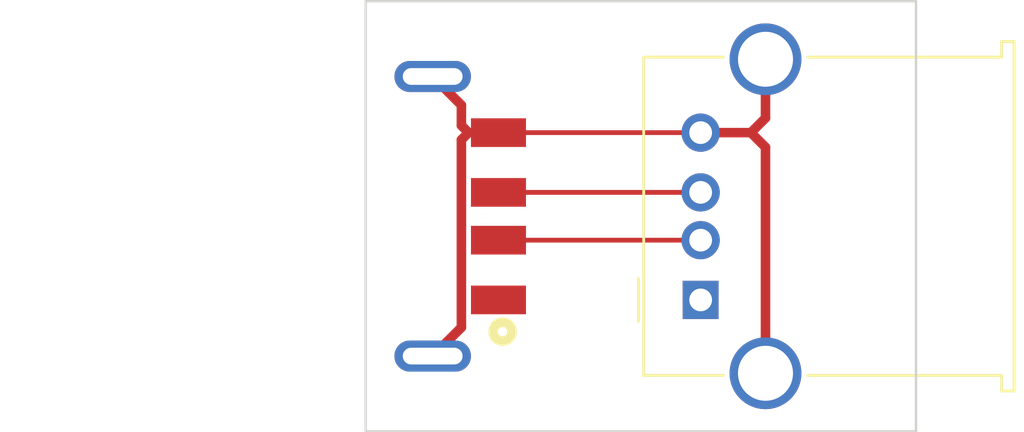
<source format=kicad_pcb>
(kicad_pcb (version 20240108) (generator "pcbnew") (generator_version "8.0")
  (title_block (title "USB-Adapter") (date "2024-03-24") (rev "1") (company "Kampis-Elektroecke") (comment 4 "Author: Ing. Daniel Kampert"))
  (layers (0 "F.Cu" signal) (31 "B.Cu" signal) (34 "B.Paste" user) (35 "F.Paste" user) (36 "B.SilkS" user "B.Silkscreen") (37 "F.SilkS" user "F.Silkscreen") (38 "B.Mask" user) (39 "F.Mask" user) (44 "Edge.Cuts" user))
  (net 0 "")
  (net 1 "Net-(X101-D+)")
  (net 2 "Net-(X101-D-)")
  (net 4 "Net-(X101-GND)")
  (footprint "USB:USB1061-GF-L-A" (layer "F.Cu") (at 140.8 93 -90)
    (property "Reference" "X101" (hide yes))
    (property "Value" "USB-A" (hide yes))
    (fp_circle (center 4.826 -2.921) (end 5.019441 -2.921) (stroke (width 0.4)) (fill none) (layer "F.SilkS"))
    (pad "" np_thru_hole circle (at -2.25 0 270) (size 1.1 1.1) (drill 1.1) (layers "*.Cu" "*.Mask"))
    (pad "" np_thru_hole circle (at 2.25 0 270) (size 1.1 1.1) (drill 1.1) (layers "*.Cu" "*.Mask"))
    (pad "1" smd rect (at 3.5 -2.75 270) (size 1.2 2.3) (layers "F.Cu" "F.Paste" "F.Mask"))
    (pad "2" smd rect (at 1 -2.75 270) (size 1.2 2.3) (layers "F.Cu" "F.Paste" "F.Mask") (net 2 "Net-(X101-D-)"))
    (pad "3" smd rect (at -1 -2.75 270) (size 1.2 2.3) (layers "F.Cu" "F.Paste" "F.Mask") (net 1 "Net-(X101-D+)"))
    (pad "4" smd rect (at -3.5 -2.75 270) (size 1.2 2.3) (layers "F.Cu" "F.Paste" "F.Mask") (net 4 "Net-(X101-GND)"))
    (pad "5" thru_hole oval (at -5.85 0) (size 3.2 1.3) (drill oval 2.5 0.7) (layers "*.Cu" "*.Mask") (net 4 "Net-(X101-GND)"))
    (pad "5" thru_hole oval (at 5.85 0) (size 3.2 1.3) (drill oval 2.5 0.7) (layers "*.Cu" "*.Mask") (net 4 "Net-(X101-GND)"))
  )
  (footprint "Connector_USB:USB_A_Molex_67643_Horizontal" (layer "F.Cu") (at 152 96.5 90)
    (property "Reference" "X102" (hide yes))
    (property "Value" "USB-A" (hide yes))
    (fp_line (start -0.9 -2.6) (end 0.9 -2.6) (stroke (width 0.12)) (layer "F.SilkS"))
    (fp_line (start 10.16 -2.38) (end 10.16 0.95) (stroke (width 0.12)) (layer "F.SilkS"))
    (fp_line (start -3.16 -2.38) (end 10.16 -2.38) (stroke (width 0.12)) (layer "F.SilkS"))
    (fp_line (start -3.16 -2.38) (end -3.16 0.95) (stroke (width 0.12)) (layer "F.SilkS"))
    (fp_line (start 10.16 4.47) (end 10.16 12.58) (stroke (width 0.12)) (layer "F.SilkS"))
    (fp_line (start 10.81 12.58) (end 10.16 12.58) (stroke (width 0.12)) (layer "F.SilkS"))
    (fp_line (start -3.16 12.58) (end -3.16 4.47) (stroke (width 0.12)) (layer "F.SilkS"))
    (fp_line (start -3.16 12.58) (end -3.81 12.58) (stroke (width 0.12)) (layer "F.SilkS"))
    (fp_line (start -3.81 12.58) (end -3.81 13.1) (stroke (width 0.12)) (layer "F.SilkS"))
    (fp_line (start 10.81 13.1) (end 10.81 12.58) (stroke (width 0.12)) (layer "F.SilkS"))
    (fp_line (start -3.81 13.1) (end 10.81 13.1) (stroke (width 0.12)) (layer "F.SilkS"))
    (pad "1" thru_hole rect (at 0 0 90) (size 1.6 1.5) (drill 0.95) (layers "*.Cu" "*.Mask"))
    (pad "2" thru_hole circle (at 2.5 0 90) (size 1.6 1.6) (drill 0.95) (layers "*.Cu" "*.Mask") (net 2 "Net-(X101-D-)"))
    (pad "3" thru_hole circle (at 4.5 0 90) (size 1.6 1.6) (drill 0.95) (layers "*.Cu" "*.Mask") (net 1 "Net-(X101-D+)"))
    (pad "4" thru_hole circle (at 7 0 90) (size 1.6 1.6) (drill 0.95) (layers "*.Cu" "*.Mask") (net 4 "Net-(X101-GND)"))
    (pad "5" thru_hole circle (at -3.07 2.71 90) (size 3 3) (drill 2.3) (layers "*.Cu" "*.Mask") (net 4 "Net-(X101-GND)"))
    (pad "5" thru_hole circle (at 10.07 2.71 90) (size 3 3) (drill 2.3) (layers "*.Cu" "*.Mask") (net 4 "Net-(X101-GND)"))
  )
  (gr_line (start 138 84) (end 161 84) (stroke (width 0.1)) (layer "Edge.Cuts"))
  (gr_line (start 161 84) (end 161 102) (stroke (width 0.1)) (layer "Edge.Cuts"))
  (gr_line (start 161 102) (end 138 102) (stroke (width 0.1)) (layer "Edge.Cuts"))
  (gr_line (start 138 102) (end 138 84) (stroke (width 0.1)) (layer "Edge.Cuts"))
  (segment (start 143.55 92) (end 152 92) (width 0.2) (layer "F.Cu") (net 1))
  (segment (start 143.55 94) (end 152 94) (width 0.2) (layer "F.Cu") (net 2))
  (segment (start 143.55 89.5) (end 152 89.5) (width 0.2) (layer "F.Cu") (net 4))
  (segment (start 140.8 87.15) (end 142 88.35) (width 0.4) (layer "F.Cu") (net 4))
  (segment (start 142 89.8) (end 142.3 89.5) (width 0.4) (layer "F.Cu") (net 4))
  (segment (start 142 88.35) (end 142 89.2) (width 0.4) (layer "F.Cu") (net 4))
  (segment (start 154.71 90.11) (end 154.1 89.5) (width 0.4) (layer "F.Cu") (net 4))
  (segment (start 142.3 89.5) (end 143.55 89.5) (width 0.4) (layer "F.Cu") (net 4))
  (segment (start 152 89.5) (end 154.1 89.5) (width 0.4) (layer "F.Cu") (net 4))
  (segment (start 140.8 98.85) (end 142 97.65) (width 0.4) (layer "F.Cu") (net 4))
  (segment (start 142 97.65) (end 142 89.8) (width 0.4) (layer "F.Cu") (net 4))
  (segment (start 154.71 88.89) (end 154.71 86.43) (width 0.4) (layer "F.Cu") (net 4))
  (segment (start 142 89.2) (end 142.3 89.5) (width 0.4) (layer "F.Cu") (net 4))
  (segment (start 154.71 99.57) (end 154.71 90.11) (width 0.4) (layer "F.Cu") (net 4))
  (segment (start 154.1 89.5) (end 154.71 88.89) (width 0.4) (layer "F.Cu") (net 4))
)
</source>
